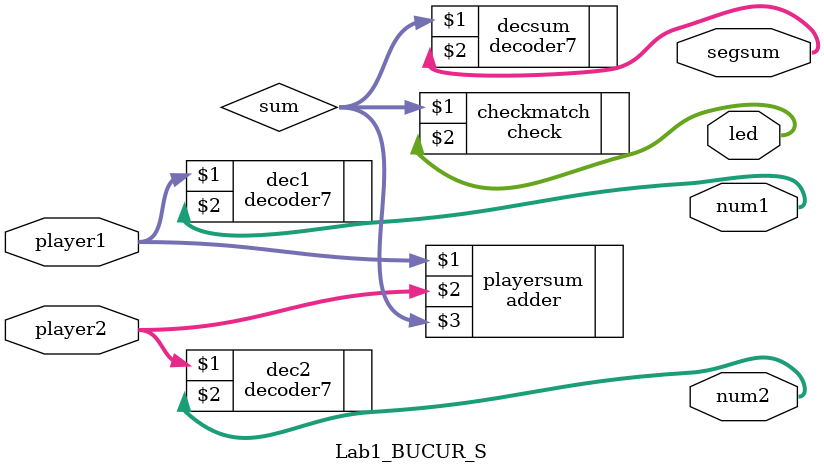
<source format=v>

module Lab1_BUCUR_S(
        //inputs
        player1, player2,
        //outputs
        num1, num2, segsum, led);

        input [3:0] player1, player2;
        output [6:0] num1, num2, segsum;
        output [1:0] led;
        wire [3:0] sum;
        wire [1:0] led;

        adder playersum(player1, player2, sum);

        //run player inputs and sum to seven-segment displays
        decoder7 dec1(player1, num1);
        decoder7 dec2(player2, num2);
        decoder7 decsum(sum, segsum);
        check checkmatch(sum, led);
endmodule

</source>
